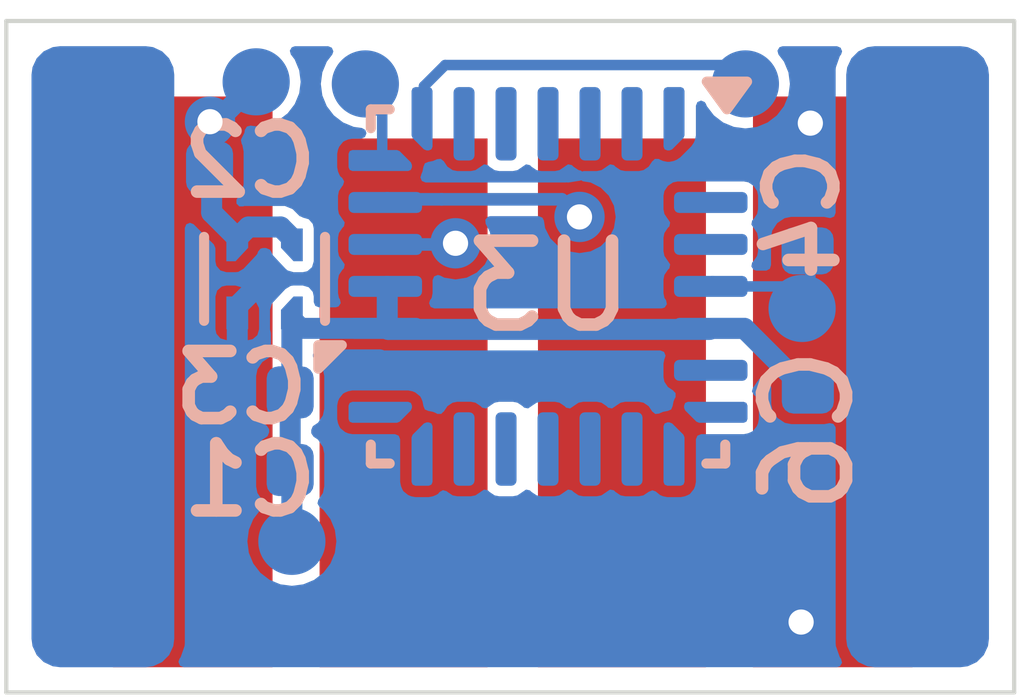
<source format=kicad_pcb>
(kicad_pcb (version 20240108) (generator "pcbnew") (generator_version "8.0")
  (layers (0 "F.Cu" signal) (31 "B.Cu" signal) (34 "B.Paste" user) (35 "F.Paste" user) (36 "B.SilkS" user "B.Silkscreen") (37 "F.SilkS" user "F.Silkscreen") (38 "B.Mask" user) (39 "F.Mask" user) (44 "Edge.Cuts" user))
  (net 0 "")
  (net 1 "GND")
  (net 2 "+5V")
  (net 3 "+3.3V")
  (net 4 "/DP")
  (net 5 "/DM")
  (net 6 "/SWDIO")
  (net 7 "/SWCLK")
  (net 8 "/nRST")
  (footprint "footprints:usb-PCB" (layer "F.Cu") (at 149.59 100.3 180)
    (property "Reference" "J1" (hide yes))
    (property "Value" "USB_A" (hide yes))
    (pad "1" connect rect (at 3.81 -4.3 180) (size 1.9 6.8) (layers "F.Cu" "F.Mask") (net 2 "+5V"))
    (pad "2" connect rect (at 1.3 -4.55 180) (size 2 6.3) (layers "F.Cu" "F.Mask") (net 5 "/DM"))
    (pad "3" connect rect (at -1.3 -4.55 180) (size 2 6.3) (layers "F.Cu" "F.Mask") (net 4 "/DP"))
    (pad "4" connect rect (at -3.81 -4.3 180) (size 1.9 6.8) (layers "F.Cu" "F.Mask") (net 1 "GND"))
  )
  (footprint "" (layer "F.Cu") (at 154.552655 104.23372)
    (property "Reference" "" (at 0 0 0) (layer "F.SilkS") (effects (font (size 1.27 1.27))))
    (property "Value" "")
    (pad "1" smd roundrect (at -0.142655 0.06628 270) (size 7.4 1.7) (layers "B.Cu" "B.Mask") (roundrect_rratio 0.2))
  )
  (footprint "" (layer "F.Cu") (at 144.66 104.23)
    (property "Reference" "" (at 0 0 0) (layer "F.SilkS") (effects (font (size 1.27 1.27))))
    (property "Value" "")
    (pad "1" smd roundrect (at 0.05 0.07 270) (size 7.4 1.7) (layers "B.Cu" "B.Mask") (roundrect_rratio 0.2))
  )
  (footprint "footprints:TestPoint_Pad_D0.8mm" (layer "B.Cu") (at 146.535 101.025 180)
    (property "Reference" "TP1" (hide yes))
    (property "Value" "~" (hide yes))
    (pad "1" smd circle (at 0 0 180) (size 0.8 0.8) (layers "B.Cu" "B.Mask") (net 2 "+5V"))
  )
  (footprint "footprints:TestPoint_Pad_D0.8mm" (layer "B.Cu") (at 147.835 102.436009)
    (property "Reference" "TP4" (hide yes))
    (property "Value" "~" (hide yes))
    (pad "1" smd circle (at 0 -1.386009) (size 0.8 0.8) (layers "B.Cu" "B.Mask") (net 6 "/SWDIO"))
  )
  (footprint "footprints:C_0402_1005Metric_noSS" (layer "B.Cu") (at 153.103298 105.17802 -90)
    (property "Reference" "C6" (at 0 0 90) (layer "B.SilkS") (effects (justify mirror)))
    (property "Value" "1µ" (hide yes))
    (pad "1" smd roundrect (at -0.48 0 270) (size 0.56 0.62) (layers "B.Cu" "B.Paste" "B.Mask") (net 3 "+3.3V"))
    (pad "2" smd roundrect (at 0.48 0 270) (size 0.56 0.62) (layers "B.Cu" "B.Paste" "B.Mask") (net 1 "GND"))
  )
  (footprint "Package_DFN_QFN:OnSemi_XDFN4-1EP_1.0x1.0mm_EP0.52x0.52mm" (layer "B.Cu") (at 146.635 103.3725 90)
    (property "Reference" "U2" (hide yes))
    (property "Value" "NCP115AMX330TCG" (hide yes))
    (fp_line (start 0.5 -0.72) (end -0.5 -0.72) (stroke (width 0.12)) (layer "B.SilkS"))
    (fp_line (start -0.5 0.72) (end 0.5 0.72) (stroke (width 0.12)) (layer "B.SilkS"))
    (fp_poly (pts (xy -0.79 0.64) (xy -1.07 0.64) (xy -0.79 0.92) (xy -0.79 0.64)) (stroke (width 0.12)) (fill solid) (layer "B.SilkS"))
    (pad "1" smd custom (at -0.485 0.325 180) (size 0.26 0.23) (layers "B.Cu" "B.Paste" "B.Mask") (net 3 "+3.3V") (options (clearance outline) (anchor rect)) (primitives (gr_poly (pts (xy 0.13 0.115) (xy -0.13 0.115) (xy -0.13 0.275) (xy -0.02 0.275)) (width 0) (fill yes))))
    (pad "2" smd custom (at -0.485 -0.325 180) (size 0.26 0.23) (layers "B.Cu" "B.Paste" "B.Mask") (net 1 "GND") (options (clearance outline) (anchor rect)) (primitives (gr_poly (pts (xy 0.13 0.115) (xy -0.13 0.115) (xy 0.02 0.275) (xy 0.13 0.275)) (width 0) (fill yes))))
    (pad "3" smd custom (at 0.485 -0.325) (size 0.26 0.23) (layers "B.Cu" "B.Paste" "B.Mask") (net 2 "+5V") (options (clearance outline) (anchor rect)) (primitives (gr_poly (pts (xy 0.13 0.115) (xy -0.13 0.115) (xy -0.13 0.275) (xy -0.02 0.275)) (width 0) (fill yes))))
    (pad "4" smd custom (at 0.485 0.325) (size 0.26 0.23) (layers "B.Cu" "B.Paste" "B.Mask") (net 2 "+5V") (options (clearance outline) (anchor rect)) (primitives (gr_poly (pts (xy 0.13 0.115) (xy -0.13 0.115) (xy 0.02 0.275) (xy 0.13 0.275)) (width 0) (fill yes))))
    (pad "5" smd rect (at 0 0 315) (size 0.52 0.52) (layers "B.Cu" "B.Paste" "B.Mask") (net 1 "GND"))
  )
  (footprint "footprints:C_0402_1005Metric_noSS" (layer "B.Cu") (at 146.46 104.725)
    (property "Reference" "C3" (at -0.1 -0.055699 0) (layer "B.SilkS") (effects (font (size 0.8 0.8)) (justify mirror)))
    (property "Value" "1µ" (hide yes))
    (pad "1" smd roundrect (at -0.48 0) (size 0.56 0.62) (layers "B.Cu" "B.Paste" "B.Mask") (net 1 "GND"))
    (pad "2" smd roundrect (at 0.48 0) (size 0.56 0.62) (layers "B.Cu" "B.Paste" "B.Mask") (net 3 "+3.3V"))
  )
  (footprint "Package_DFN_QFN:QFN-28_4x4mm_P0.5mm" (layer "B.Cu") (at 150.01 103.4625 180)
    (property "Reference" "U3" (at 0 0 180) (layer "B.SilkS") (effects (justify mirror)))
    (property "Value" "STM32F042G6Ux" (hide yes))
    (fp_line (start 2.11 2.11) (end 1.885 2.11) (stroke (width 0.12)) (layer "B.SilkS"))
    (fp_line (start 2.11 1.885) (end 2.11 2.11) (stroke (width 0.12)) (layer "B.SilkS"))
    (fp_line (start 2.11 -1.885) (end 2.11 -2.11) (stroke (width 0.12)) (layer "B.SilkS"))
    (fp_line (start 2.11 -2.11) (end 1.885 -2.11) (stroke (width 0.12)) (layer "B.SilkS"))
    (fp_line (start -2.11 -1.885) (end -2.11 -2.11) (stroke (width 0.12)) (layer "B.SilkS"))
    (fp_line (start -2.11 -2.11) (end -1.885 -2.11) (stroke (width 0.12)) (layer "B.SilkS"))
    (fp_poly (pts (xy -2.13 2.11) (xy -2.37 2.44) (xy -1.89 2.44) (xy -2.13 2.11)) (stroke (width 0.12)) (fill solid) (layer "B.SilkS"))
    (pad "1" smd custom (at -1.9975 1.5 180) (size 0.136863 0.136863) (layers "B.Cu" "B.Paste" "B.Mask") (net 1 "GND") (options (clearance outline) (anchor circle)) (primitives (gr_poly (pts (xy -0.3325 0.08) (xy 0.19886 0.08) (xy 0.3325 -0.05364) (xy 0.3325 -0.08) (xy -0.3325 -0.08)) (width 0.09) (fill yes))))
    (pad "2" smd roundrect (at -1.9375 1 180) (size 0.875 0.25) (layers "B.Cu" "B.Paste" "B.Mask"))
    (pad "3" smd roundrect (at -1.9375 0.5 180) (size 0.875 0.25) (layers "B.Cu" "B.Paste" "B.Mask"))
    (pad "4" smd roundrect (at -1.9375 0 180) (size 0.875 0.25) (layers "B.Cu" "B.Paste" "B.Mask") (net 8 "/nRST"))
    (pad "5" smd roundrect (at -1.9375 -0.5 180) (size 0.875 0.25) (layers "B.Cu" "B.Paste" "B.Mask") (net 3 "+3.3V"))
    (pad "6" smd roundrect (at -1.9375 -1 180) (size 0.875 0.25) (layers "B.Cu" "B.Paste" "B.Mask"))
    (pad "7" smd custom (at -1.9975 -1.5 180) (size 0.136863 0.136863) (layers "B.Cu" "B.Paste" "B.Mask") (options (clearance outline) (anchor circle)) (primitives (gr_poly (pts (xy -0.3325 0.08) (xy 0.3325 0.08) (xy 0.3325 0.05364) (xy 0.19886 -0.08) (xy -0.3325 -0.08)) (width 0.09) (fill yes))))
    (pad "8" smd custom (at -1.5 -1.9975 180) (size 0.136863 0.136863) (layers "B.Cu" "B.Paste" "B.Mask") (options (clearance outline) (anchor circle)) (primitives (gr_poly (pts (xy -0.08 0.19886) (xy 0.05364 0.3325) (xy 0.08 0.3325) (xy 0.08 -0.3325) (xy -0.08 -0.3325)) (width 0.09) (fill yes))))
    (pad "9" smd roundrect (at -1 -1.9375 180) (size 0.25 0.875) (layers "B.Cu" "B.Paste" "B.Mask"))
    (pad "10" smd roundrect (at -0.5 -1.9375 180) (size 0.25 0.875) (layers "B.Cu" "B.Paste" "B.Mask"))
    (pad "11" smd roundrect (at 0 -1.9375 180) (size 0.25 0.875) (layers "B.Cu" "B.Paste" "B.Mask"))
    (pad "12" smd roundrect (at 0.5 -1.9375 180) (size 0.25 0.875) (layers "B.Cu" "B.Paste" "B.Mask"))
    (pad "13" smd roundrect (at 1 -1.9375 180) (size 0.25 0.875) (layers "B.Cu" "B.Paste" "B.Mask"))
    (pad "14" smd custom (at 1.5 -1.9975 180) (size 0.136863 0.136863) (layers "B.Cu" "B.Paste" "B.Mask") (options (clearance outline) (anchor circle)) (primitives (gr_poly (pts (xy -0.08 0.3325) (xy -0.05364 0.3325) (xy 0.08 0.19886) (xy 0.08 -0.3325) (xy -0.08 -0.3325)) (width 0.09) (fill yes))))
    (pad "15" smd custom (at 1.9975 -1.5 180) (size 0.136863 0.136863) (layers "B.Cu" "B.Paste" "B.Mask") (options (clearance outline) (anchor circle)) (primitives (gr_poly (pts (xy -0.3325 0.08) (xy 0.3325 0.08) (xy 0.3325 -0.08) (xy -0.19886 -0.08) (xy -0.3325 0.05364)) (width 0.09) (fill yes))))
    (pad "16" smd roundrect (at 1.9375 -1 180) (size 0.875 0.25) (layers "B.Cu" "B.Paste" "B.Mask") (net 1 "GND"))
    (pad "17" smd roundrect (at 1.9375 -0.5 180) (size 0.875 0.25) (layers "B.Cu" "B.Paste" "B.Mask") (net 3 "+3.3V"))
    (pad "18" smd roundrect (at 1.9375 0 180) (size 0.875 0.25) (layers "B.Cu" "B.Paste" "B.Mask") (net 3 "+3.3V"))
    (pad "19" smd roundrect (at 1.9375 0.5 180) (size 0.875 0.25) (layers "B.Cu" "B.Paste" "B.Mask") (net 5 "/DM"))
    (pad "20" smd roundrect (at 1.9375 1 180) (size 0.875 0.25) (layers "B.Cu" "B.Paste" "B.Mask") (net 4 "/DP"))
    (pad "21" smd custom (at 1.9975 1.5 180) (size 0.136863 0.136863) (layers "B.Cu" "B.Paste" "B.Mask") (net 6 "/SWDIO") (options (clearance outline) (anchor circle)) (primitives (gr_poly (pts (xy -0.3325 -0.05364) (xy -0.19886 0.08) (xy 0.3325 0.08) (xy 0.3325 -0.08) (xy -0.3325 -0.08)) (width 0.09) (fill yes))))
    (pad "22" smd custom (at 1.5 1.9975 180) (size 0.136863 0.136863) (layers "B.Cu" "B.Paste" "B.Mask") (net 7 "/SWCLK") (options (clearance outline) (anchor circle)) (primitives (gr_poly (pts (xy -0.08 0.3325) (xy 0.08 0.3325) (xy 0.08 -0.19886) (xy -0.05364 -0.3325) (xy -0.08 -0.3325)) (width 0.09) (fill yes))))
    (pad "23" smd roundrect (at 1 1.9375 180) (size 0.25 0.875) (layers "B.Cu" "B.Paste" "B.Mask"))
    (pad "24" smd roundrect (at 0.5 1.9375 180) (size 0.25 0.875) (layers "B.Cu" "B.Paste" "B.Mask"))
    (pad "25" smd roundrect (at 0 1.9375 180) (size 0.25 0.875) (layers "B.Cu" "B.Paste" "B.Mask"))
    (pad "26" smd roundrect (at -0.5 1.9375 180) (size 0.25 0.875) (layers "B.Cu" "B.Paste" "B.Mask"))
    (pad "27" smd roundrect (at -1 1.9375 180) (size 0.25 0.875) (layers "B.Cu" "B.Paste" "B.Mask"))
    (pad "28" smd custom (at -1.5 1.9975 180) (size 0.136863 0.136863) (layers "B.Cu" "B.Paste" "B.Mask") (options (clearance outline) (anchor circle)) (primitives (gr_poly (pts (xy -0.08 0.3325) (xy 0.08 0.3325) (xy 0.08 -0.3325) (xy 0.05364 -0.3325) (xy -0.08 -0.19886)) (width 0.09) (fill yes))))
  )
  (footprint "footprints:TestPoint_Pad_D0.8mm" (layer "B.Cu") (at 152.835 103.725)
    (property "Reference" "TP6" (hide yes))
    (property "Value" "~" (hide yes))
    (pad "1" smd circle (at 0.2 0) (size 0.8 0.8) (layers "B.Cu" "B.Mask") (net 8 "/nRST"))
  )
  (footprint "footprints:C_0402_1005Metric_noSS" (layer "B.Cu") (at 146.46 102.05)
    (property "Reference" "C2" (at 0 -0.079537 0) (layer "B.SilkS") (effects (font (size 0.8 0.8)) (justify mirror)))
    (property "Value" "1µ" (hide yes))
    (pad "1" smd roundrect (at -0.48 0) (size 0.56 0.62) (layers "B.Cu" "B.Paste" "B.Mask") (net 2 "+5V"))
    (pad "2" smd roundrect (at 0.48 0) (size 0.56 0.62) (layers "B.Cu" "B.Paste" "B.Mask") (net 1 "GND"))
  )
  (footprint "footprints:TestPoint_Pad_D0.8mm" (layer "B.Cu") (at 152.36 100.87487)
    (property "Reference" "TP5" (hide yes))
    (property "Value" "~" (hide yes))
    (pad "1" smd circle (at 0 0.17513) (size 0.8 0.8) (layers "B.Cu" "B.Mask") (net 7 "/SWCLK"))
  )
  (footprint "footprints:TestPoint_Pad_D0.8mm" (layer "B.Cu") (at 152.935 106.325 180)
    (property "Reference" "TP3" (hide yes))
    (property "Value" "~" (hide yes))
    (pad "1" smd circle (at 0 -0.175 180) (size 0.8 0.8) (layers "B.Cu" "B.Mask") (net 1 "GND"))
  )
  (footprint "footprints:C_0402_1005Metric_noSS" (layer "B.Cu") (at 153.100583 102.559558 90)
    (property "Reference" "C4" (at -0.03545 -0.055871 -90) (layer "B.SilkS") (effects (font (size 0.8 0.8)) (justify mirror)))
    (property "Value" "100n" (hide yes))
    (pad "1" smd roundrect (at -0.48 0 90) (size 0.56 0.62) (layers "B.Cu" "B.Paste" "B.Mask") (net 8 "/nRST"))
    (pad "2" smd roundrect (at 0.48 0 90) (size 0.56 0.62) (layers "B.Cu" "B.Paste" "B.Mask") (net 1 "GND"))
  )
  (footprint "footprints:TestPoint_Pad_D0.8mm" (layer "B.Cu") (at 146.96 106.5)
    (property "Reference" "TP2" (hide yes))
    (property "Value" "~" (hide yes))
    (pad "1" smd circle (at 0 0) (size 0.8 0.8) (layers "B.Cu" "B.Mask") (net 3 "+3.3V"))
  )
  (footprint "footprints:C_0402_1005Metric_noSS" (layer "B.Cu") (at 146.46 105.65)
    (property "Reference" "C1" (at 0 0.119385 0) (layer "B.SilkS") (effects (font (size 0.8 0.8)) (justify mirror)))
    (property "Value" "4.7µ" (hide yes))
    (pad "1" smd roundrect (at -0.48 0) (size 0.56 0.62) (layers "B.Cu" "B.Paste" "B.Mask") (net 1 "GND"))
    (pad "2" smd roundrect (at 0.48 0) (size 0.56 0.62) (layers "B.Cu" "B.Paste" "B.Mask") (net 3 "+3.3V"))
  )
  (gr_line (start 155.56 108.3) (end 155.56 100.3) (stroke (width 0.05)) (layer "Edge.Cuts"))
  (gr_line (start 143.56 108.3) (end 155.56 108.3) (stroke (width 0.05)) (layer "Edge.Cuts"))
  (gr_line (start 155.56 100.3) (end 143.56 100.3) (stroke (width 0.05)) (layer "Edge.Cuts"))
  (gr_line (start 143.56 100.3) (end 143.56 108.3) (stroke (width 0.05)) (layer "Edge.Cuts"))
  (segment (start 153.363106 104.441023) (end 153.363687 104.441604) (width 0.15) (layer "F.Cu") (net 1))
  (segment (start 153.363106 102.601023) (end 153.363106 104.441023) (width 0.15) (layer "F.Cu") (net 1))
  (via (at 153.023274 107.461706) (size 0.6) (drill 0.3) (layers "F.Cu" "B.Cu") (net 1))
  (via (at 153.133106 101.517348) (size 0.6) (drill 0.3) (layers "F.Cu" "B.Cu") (net 1))
  (segment (start 146.31 104.415) (end 146 104.725) (width 0.25) (layer "B.Cu") (net 1))
  (segment (start 146.31 103.8575) (end 146.31 103.6975) (width 0.25) (layer "B.Cu") (net 1))
  (segment (start 153.133106 102.07) (end 153.133106 101.517348) (width 0.125) (layer "B.Cu") (net 1))
  (segment (start 153.133106 101.426894) (end 153.135 101.425) (width 0.125) (layer "B.Cu") (net 1))
  (segment (start 146.31 103.6975) (end 146.635 103.3725) (width 0.25) (layer "B.Cu") (net 1))
  (segment (start 146.31 104.415) (end 146.31 103.8575) (width 0.25) (layer "B.Cu") (net 1))
  (segment (start 153.133106 101.426894) (end 153.133106 101.517348) (width 0.125) (layer "B.Cu") (net 1))
  (segment (start 146.050399 102.908316) (end 145.743106 102.601023) (width 0.25) (layer "F.Cu") (net 2))
  (via (at 145.985 101.5) (size 0.6) (drill 0.3) (layers "F.Cu" "B.Cu") (net 2))
  (segment (start 146.005 102.5825) (end 146.31 102.8875) (width 0.25) (layer "B.Cu") (net 2))
  (segment (start 146.06 101.5) (end 146.535 101.025) (width 0.25) (layer "B.Cu") (net 2))
  (segment (start 146.005 101.52) (end 145.985 101.5) (width 0.25) (layer "B.Cu") (net 2))
  (segment (start 146.442696 102.754804) (end 146.827304 102.754804) (width 0.25) (layer "B.Cu") (net 2))
  (segment (start 146.31 102.8875) (end 146.442696 102.754804) (width 0.25) (layer "B.Cu") (net 2))
  (segment (start 145.985 101.5) (end 146.06 101.5) (width 0.25) (layer "B.Cu") (net 2))
  (segment (start 146.005 102.05) (end 146.005 102.5825) (width 0.25) (layer "B.Cu") (net 2))
  (segment (start 146.005 102.05) (end 146.005 101.52) (width 0.25) (layer "B.Cu") (net 2))
  (segment (start 146.827304 102.754804) (end 146.96 102.8875) (width 0.25) (layer "B.Cu") (net 2))
  (segment (start 146.94 105.65) (end 146.94 104.745) (width 0.25) (layer "B.Cu") (net 3))
  (segment (start 146.96 104.725) (end 146.96 103.8575) (width 0.25) (layer "B.Cu") (net 3))
  (segment (start 148.095606 103.4625) (end 148.095606 103.9625) (width 0.25) (layer "B.Cu") (net 3))
  (segment (start 148.095606 103.9625) (end 148.108106 103.975) (width 0.25) (layer "B.Cu") (net 3))
  (segment (start 153.08 104.695) (end 153.135 104.695) (width 0.25) (layer "B.Cu") (net 3))
  (segment (start 148.108106 103.975) (end 151.935 103.975) (width 0.25) (layer "B.Cu") (net 3))
  (segment (start 146.96 105.67) (end 146.94 105.65) (width 0.25) (layer "B.Cu") (net 3))
  (segment (start 147.065 103.9625) (end 146.96 103.8575) (width 0.25) (layer "B.Cu") (net 3))
  (segment (start 146.94 104.745) (end 146.96 104.725) (width 0.25) (layer "B.Cu") (net 3))
  (segment (start 148.0725 103.9625) (end 147.065 103.9625) (width 0.25) (layer "B.Cu") (net 3))
  (segment (start 151.970606 103.9625) (end 152.3475 103.9625) (width 0.25) (layer "B.Cu") (net 3))
  (segment (start 152.3475 103.9625) (end 153.08 104.695) (width 0.25) (layer "B.Cu") (net 3))
  (segment (start 146.96 106.5) (end 146.96 105.67) (width 0.25) (layer "B.Cu") (net 3))
  (segment (start 150.853106 103.331023) (end 150.283106 103.901023) (width 0.15) (layer "F.Cu") (net 4))
  (segment (start 150.853106 102.351023) (end 150.853106 103.331023) (width 0.15) (layer "F.Cu") (net 4))
  (via (at 150.384683 102.634633) (size 0.6) (drill 0.3) (layers "F.Cu" "B.Cu") (net 4))
  (segment (start 148.133106 102.425) (end 148.095606 102.4625) (width 0.15) (layer "B.Cu") (net 4))
  (segment (start 148.742706 102.425) (end 148.133106 102.425) (width 0.15) (layer "B.Cu") (net 4))
  (segment (start 150.17505 102.425) (end 148.742706 102.425) (width 0.15) (layer "B.Cu") (net 4))
  (segment (start 150.384683 102.634633) (end 150.17505 102.425) (width 0.15) (layer "B.Cu") (net 4))
  (segment (start 148.095606 102.4625) (end 148.095606 102.4) (width 0.125) (layer "B.Cu") (net 4))
  (via (at 148.908523 102.948613) (size 0.6) (drill 0.3) (layers "F.Cu" "B.Cu") (net 5))
  (segment (start 148.894636 102.9625) (end 148.908523 102.948613) (width 0.125) (layer "B.Cu") (net 5))
  (segment (start 148.095606 102.9625) (end 148.894636 102.9625) (width 0.15) (layer "B.Cu") (net 5))
  (segment (start 148.035606 101.375606) (end 147.71 101.05) (width 0.125) (layer "B.Cu") (net 6))
  (segment (start 148.035606 101.9625) (end 148.035606 101.375606) (width 0.125) (layer "B.Cu") (net 6))
  (segment (start 148.533106 101.076894) (end 148.785 100.825) (width 0.125) (layer "B.Cu") (net 7))
  (segment (start 148.785 100.825) (end 152.135 100.825) (width 0.125) (layer "B.Cu") (net 7))
  (segment (start 148.533106 101.465) (end 148.533106 101.076894) (width 0.125) (layer "B.Cu") (net 7))
  (segment (start 152.135 100.825) (end 152.36 101.05) (width 0.125) (layer "B.Cu") (net 7))
  (segment (start 152.8225 103.4625) (end 153.135 103.775) (width 0.125) (layer "B.Cu") (net 8))
  (segment (start 151.970606 103.4) (end 152.033106 103.4625) (width 0.125) (layer "B.Cu") (net 8))
  (segment (start 152.033106 103.4625) (end 152.8225 103.4625) (width 0.125) (layer "B.Cu") (net 8))
  (segment (start 153.133106 103.851023) (end 153.083106 103.901023) (width 0.125) (layer "B.Cu") (net 8))
  (segment (start 153.133106 102.981023) (end 153.133106 103.851023) (width 0.125) (layer "B.Cu") (net 8))
  (zone (net 1) (net_name "GND") (layer "B.Cu") (connect_pads thru_hole_only (clearance 0.125)) (min_thickness 0.125) (fill yes (thermal_gap 0.5) (thermal_bridge_width 0.5))
    (polygon (pts (xy 145.61 100.3) (xy 145.61 108.3) (xy 145.86 108.3) (xy 155.66 108.3) (xy 155.66 100.3)))
  )
)
</source>
